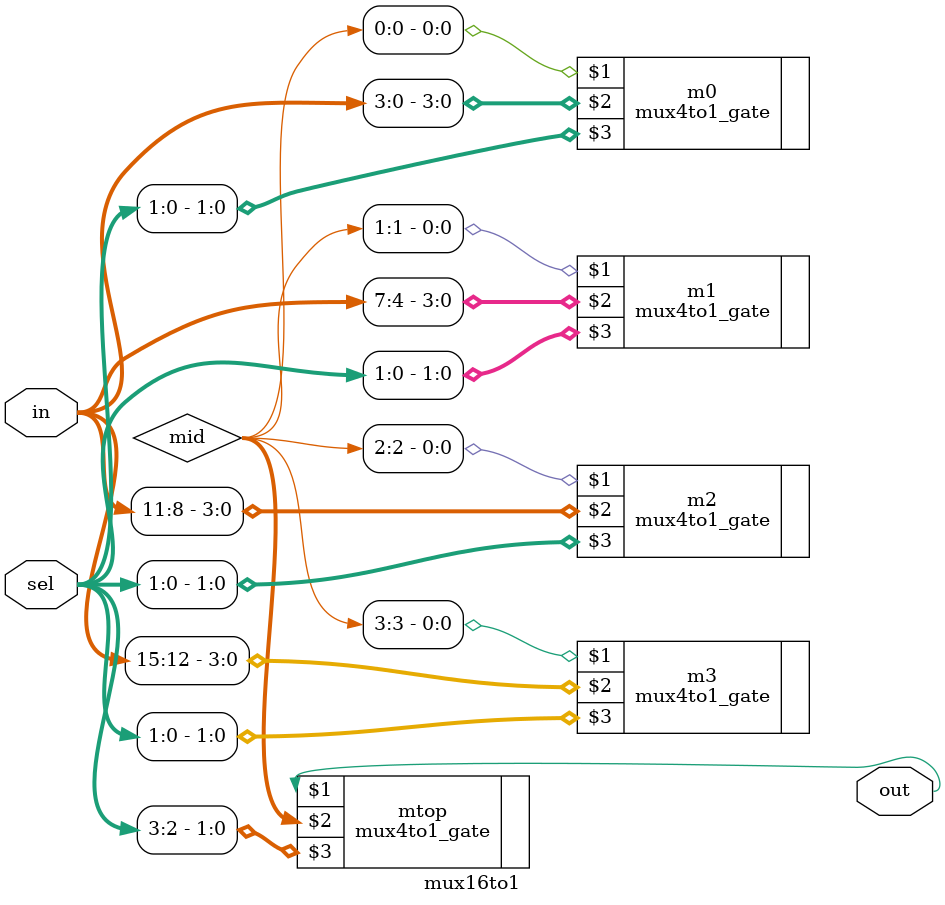
<source format=v>
module mux16to1(
    output out,
    input  [15:0] in,   // in[15]...in[0]
    input  [3:0] sel    // sel[3]=MSB ... sel[0]=LSB
);
    wire [3:0] mid; // outputs of first-level muxes
    // lower two select bits select inside 4:1, upper two select which group
    mux4to1_gate m0(mid[0], in[3:0],   sel[1:0]);
    mux4to1_gate m1(mid[1], in[7:4],   sel[1:0]);
    mux4to1_gate m2(mid[2], in[11:8],  sel[1:0]);
    mux4to1_gate m3(mid[3], in[15:12], sel[1:0]);
    mux4to1_gate mtop(out, mid, sel[3:2]);
endmodule

</source>
